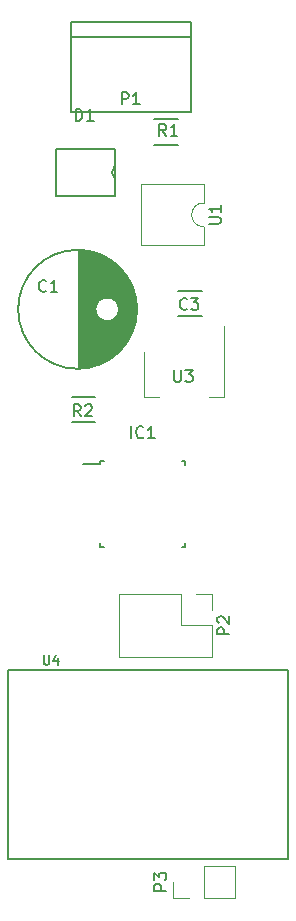
<source format=gto>
G04 #@! TF.FileFunction,Legend,Top*
%FSLAX46Y46*%
G04 Gerber Fmt 4.6, Leading zero omitted, Abs format (unit mm)*
G04 Created by KiCad (PCBNEW 4.0.5-e0-6337~49~ubuntu16.04.1) date Tue Feb  7 13:51:03 2017*
%MOMM*%
%LPD*%
G01*
G04 APERTURE LIST*
%ADD10C,0.100000*%
%ADD11C,0.150000*%
%ADD12C,0.120000*%
%ADD13C,0.160000*%
G04 APERTURE END LIST*
D10*
D11*
X167425000Y-72376000D02*
X167425000Y-82374000D01*
X167565000Y-72380000D02*
X167565000Y-82370000D01*
X167705000Y-72388000D02*
X167705000Y-82362000D01*
X167845000Y-72400000D02*
X167845000Y-82350000D01*
X167985000Y-72415000D02*
X167985000Y-82335000D01*
X168125000Y-72435000D02*
X168125000Y-82315000D01*
X168265000Y-72459000D02*
X168265000Y-82291000D01*
X168405000Y-72488000D02*
X168405000Y-82262000D01*
X168545000Y-72520000D02*
X168545000Y-82230000D01*
X168685000Y-72557000D02*
X168685000Y-82193000D01*
X168825000Y-72598000D02*
X168825000Y-82152000D01*
X168965000Y-72643000D02*
X168965000Y-76909000D01*
X168965000Y-77841000D02*
X168965000Y-82107000D01*
X169105000Y-72693000D02*
X169105000Y-76708000D01*
X169105000Y-78042000D02*
X169105000Y-82057000D01*
X169245000Y-72748000D02*
X169245000Y-76579000D01*
X169245000Y-78171000D02*
X169245000Y-82002000D01*
X169385000Y-72808000D02*
X169385000Y-76490000D01*
X169385000Y-78260000D02*
X169385000Y-81942000D01*
X169525000Y-72873000D02*
X169525000Y-76429000D01*
X169525000Y-78321000D02*
X169525000Y-81877000D01*
X169665000Y-72943000D02*
X169665000Y-76392000D01*
X169665000Y-78358000D02*
X169665000Y-81807000D01*
X169805000Y-73019000D02*
X169805000Y-76376000D01*
X169805000Y-78374000D02*
X169805000Y-81731000D01*
X169945000Y-73101000D02*
X169945000Y-76380000D01*
X169945000Y-78370000D02*
X169945000Y-81649000D01*
X170085000Y-73189000D02*
X170085000Y-76403000D01*
X170085000Y-78347000D02*
X170085000Y-81561000D01*
X170225000Y-73284000D02*
X170225000Y-76448000D01*
X170225000Y-78302000D02*
X170225000Y-81466000D01*
X170365000Y-73386000D02*
X170365000Y-76518000D01*
X170365000Y-78232000D02*
X170365000Y-81364000D01*
X170505000Y-73496000D02*
X170505000Y-76619000D01*
X170505000Y-78131000D02*
X170505000Y-81254000D01*
X170645000Y-73614000D02*
X170645000Y-76768000D01*
X170645000Y-77982000D02*
X170645000Y-81136000D01*
X170785000Y-73742000D02*
X170785000Y-77020000D01*
X170785000Y-77730000D02*
X170785000Y-81008000D01*
X170925000Y-73879000D02*
X170925000Y-80871000D01*
X171065000Y-74029000D02*
X171065000Y-80721000D01*
X171205000Y-74191000D02*
X171205000Y-80559000D01*
X171345000Y-74368000D02*
X171345000Y-80382000D01*
X171485000Y-74564000D02*
X171485000Y-80186000D01*
X171625000Y-74782000D02*
X171625000Y-79968000D01*
X171765000Y-75028000D02*
X171765000Y-79722000D01*
X171905000Y-75313000D02*
X171905000Y-79437000D01*
X172045000Y-75655000D02*
X172045000Y-79095000D01*
X172185000Y-76101000D02*
X172185000Y-78649000D01*
X172325000Y-76876000D02*
X172325000Y-77874000D01*
X170850000Y-77375000D02*
G75*
G03X170850000Y-77375000I-1000000J0D01*
G01*
X172387500Y-77375000D02*
G75*
G03X172387500Y-77375000I-5037500J0D01*
G01*
X177850000Y-75850000D02*
X175850000Y-75850000D01*
X175850000Y-77900000D02*
X177850000Y-77900000D01*
X169225000Y-90250000D02*
X169225000Y-90475000D01*
X176475000Y-90250000D02*
X176475000Y-90575000D01*
X176475000Y-97500000D02*
X176475000Y-97175000D01*
X169225000Y-97500000D02*
X169225000Y-97175000D01*
X169225000Y-90250000D02*
X169550000Y-90250000D01*
X169225000Y-97500000D02*
X169550000Y-97500000D01*
X176475000Y-97500000D02*
X176150000Y-97500000D01*
X176475000Y-90250000D02*
X176150000Y-90250000D01*
X169225000Y-90475000D02*
X167800000Y-90475000D01*
X166770000Y-54335000D02*
X176930000Y-54335000D01*
X166770000Y-53065000D02*
X166770000Y-60685000D01*
X166770000Y-60685000D02*
X176930000Y-60685000D01*
X176930000Y-60685000D02*
X176930000Y-53065000D01*
X176930000Y-53065000D02*
X166770000Y-53065000D01*
D12*
X176080000Y-101485000D02*
X170880000Y-101485000D01*
X170880000Y-101485000D02*
X170880000Y-106805000D01*
X170880000Y-106805000D02*
X178740000Y-106805000D01*
X178740000Y-106805000D02*
X178740000Y-104145000D01*
X178740000Y-104145000D02*
X176080000Y-104145000D01*
X176080000Y-104145000D02*
X176080000Y-101485000D01*
X177350000Y-101485000D02*
X178740000Y-101485000D01*
X178740000Y-101485000D02*
X178740000Y-102875000D01*
D11*
X173850000Y-61300000D02*
X175850000Y-61300000D01*
X175850000Y-63450000D02*
X173850000Y-63450000D01*
X168850000Y-86950000D02*
X166850000Y-86950000D01*
X166850000Y-84800000D02*
X168850000Y-84800000D01*
D12*
X178010000Y-70375000D02*
G75*
G02X178010000Y-68375000I0J1000000D01*
G01*
X178010000Y-68375000D02*
X178010000Y-66805000D01*
X178010000Y-66805000D02*
X172690000Y-66805000D01*
X172690000Y-66805000D02*
X172690000Y-71945000D01*
X172690000Y-71945000D02*
X178010000Y-71945000D01*
X178010000Y-71945000D02*
X178010000Y-70375000D01*
X172940000Y-84785000D02*
X174200000Y-84785000D01*
X179760000Y-84785000D02*
X178500000Y-84785000D01*
X172940000Y-81025000D02*
X172940000Y-84785000D01*
X179760000Y-78775000D02*
X179760000Y-84785000D01*
D11*
X161450000Y-123875000D02*
X161450000Y-107875000D01*
X185150000Y-123875000D02*
X161450000Y-123875000D01*
X185150000Y-107875000D02*
X185150000Y-123875000D01*
X161450000Y-107875000D02*
X185150000Y-107875000D01*
X170471000Y-65286000D02*
G75*
G03X170471000Y-66286000I500000J-500000D01*
G01*
X170521000Y-67786000D02*
X165521000Y-67786000D01*
X165521000Y-67786000D02*
X165521000Y-63786000D01*
X165521000Y-63786000D02*
X170521000Y-63786000D01*
X170521000Y-63786000D02*
X170521000Y-67786000D01*
D12*
X178054000Y-127247000D02*
X180714000Y-127247000D01*
X180714000Y-127247000D02*
X180714000Y-124467000D01*
X180714000Y-124467000D02*
X178054000Y-124467000D01*
X178054000Y-124467000D02*
X178054000Y-127247000D01*
X176784000Y-127247000D02*
X175394000Y-127247000D01*
X175394000Y-127247000D02*
X175394000Y-125857000D01*
D11*
X164679334Y-75795143D02*
X164631715Y-75842762D01*
X164488858Y-75890381D01*
X164393620Y-75890381D01*
X164250762Y-75842762D01*
X164155524Y-75747524D01*
X164107905Y-75652286D01*
X164060286Y-75461810D01*
X164060286Y-75318952D01*
X164107905Y-75128476D01*
X164155524Y-75033238D01*
X164250762Y-74938000D01*
X164393620Y-74890381D01*
X164488858Y-74890381D01*
X164631715Y-74938000D01*
X164679334Y-74985619D01*
X165631715Y-75890381D02*
X165060286Y-75890381D01*
X165346000Y-75890381D02*
X165346000Y-74890381D01*
X165250762Y-75033238D01*
X165155524Y-75128476D01*
X165060286Y-75176095D01*
X176617334Y-77319143D02*
X176569715Y-77366762D01*
X176426858Y-77414381D01*
X176331620Y-77414381D01*
X176188762Y-77366762D01*
X176093524Y-77271524D01*
X176045905Y-77176286D01*
X175998286Y-76985810D01*
X175998286Y-76842952D01*
X176045905Y-76652476D01*
X176093524Y-76557238D01*
X176188762Y-76462000D01*
X176331620Y-76414381D01*
X176426858Y-76414381D01*
X176569715Y-76462000D01*
X176617334Y-76509619D01*
X176950667Y-76414381D02*
X177569715Y-76414381D01*
X177236381Y-76795333D01*
X177379239Y-76795333D01*
X177474477Y-76842952D01*
X177522096Y-76890571D01*
X177569715Y-76985810D01*
X177569715Y-77223905D01*
X177522096Y-77319143D01*
X177474477Y-77366762D01*
X177379239Y-77414381D01*
X177093524Y-77414381D01*
X176998286Y-77366762D01*
X176950667Y-77319143D01*
X171873810Y-88277381D02*
X171873810Y-87277381D01*
X172921429Y-88182143D02*
X172873810Y-88229762D01*
X172730953Y-88277381D01*
X172635715Y-88277381D01*
X172492857Y-88229762D01*
X172397619Y-88134524D01*
X172350000Y-88039286D01*
X172302381Y-87848810D01*
X172302381Y-87705952D01*
X172350000Y-87515476D01*
X172397619Y-87420238D01*
X172492857Y-87325000D01*
X172635715Y-87277381D01*
X172730953Y-87277381D01*
X172873810Y-87325000D01*
X172921429Y-87372619D01*
X173873810Y-88277381D02*
X173302381Y-88277381D01*
X173588095Y-88277381D02*
X173588095Y-87277381D01*
X173492857Y-87420238D01*
X173397619Y-87515476D01*
X173302381Y-87563095D01*
X171092905Y-60015381D02*
X171092905Y-59015381D01*
X171473858Y-59015381D01*
X171569096Y-59063000D01*
X171616715Y-59110619D01*
X171664334Y-59205857D01*
X171664334Y-59348714D01*
X171616715Y-59443952D01*
X171569096Y-59491571D01*
X171473858Y-59539190D01*
X171092905Y-59539190D01*
X172616715Y-60015381D02*
X172045286Y-60015381D01*
X172331000Y-60015381D02*
X172331000Y-59015381D01*
X172235762Y-59158238D01*
X172140524Y-59253476D01*
X172045286Y-59301095D01*
X180192381Y-104883095D02*
X179192381Y-104883095D01*
X179192381Y-104502142D01*
X179240000Y-104406904D01*
X179287619Y-104359285D01*
X179382857Y-104311666D01*
X179525714Y-104311666D01*
X179620952Y-104359285D01*
X179668571Y-104406904D01*
X179716190Y-104502142D01*
X179716190Y-104883095D01*
X179287619Y-103930714D02*
X179240000Y-103883095D01*
X179192381Y-103787857D01*
X179192381Y-103549761D01*
X179240000Y-103454523D01*
X179287619Y-103406904D01*
X179382857Y-103359285D01*
X179478095Y-103359285D01*
X179620952Y-103406904D01*
X180192381Y-103978333D01*
X180192381Y-103359285D01*
X174839334Y-62682381D02*
X174506000Y-62206190D01*
X174267905Y-62682381D02*
X174267905Y-61682381D01*
X174648858Y-61682381D01*
X174744096Y-61730000D01*
X174791715Y-61777619D01*
X174839334Y-61872857D01*
X174839334Y-62015714D01*
X174791715Y-62110952D01*
X174744096Y-62158571D01*
X174648858Y-62206190D01*
X174267905Y-62206190D01*
X175791715Y-62682381D02*
X175220286Y-62682381D01*
X175506000Y-62682381D02*
X175506000Y-61682381D01*
X175410762Y-61825238D01*
X175315524Y-61920476D01*
X175220286Y-61968095D01*
X167600334Y-86431381D02*
X167267000Y-85955190D01*
X167028905Y-86431381D02*
X167028905Y-85431381D01*
X167409858Y-85431381D01*
X167505096Y-85479000D01*
X167552715Y-85526619D01*
X167600334Y-85621857D01*
X167600334Y-85764714D01*
X167552715Y-85859952D01*
X167505096Y-85907571D01*
X167409858Y-85955190D01*
X167028905Y-85955190D01*
X167981286Y-85526619D02*
X168028905Y-85479000D01*
X168124143Y-85431381D01*
X168362239Y-85431381D01*
X168457477Y-85479000D01*
X168505096Y-85526619D01*
X168552715Y-85621857D01*
X168552715Y-85717095D01*
X168505096Y-85859952D01*
X167933667Y-86431381D01*
X168552715Y-86431381D01*
X178462381Y-70136905D02*
X179271905Y-70136905D01*
X179367143Y-70089286D01*
X179414762Y-70041667D01*
X179462381Y-69946429D01*
X179462381Y-69755952D01*
X179414762Y-69660714D01*
X179367143Y-69613095D01*
X179271905Y-69565476D01*
X178462381Y-69565476D01*
X179462381Y-68565476D02*
X179462381Y-69136905D01*
X179462381Y-68851191D02*
X178462381Y-68851191D01*
X178605238Y-68946429D01*
X178700476Y-69041667D01*
X178748095Y-69136905D01*
X175514095Y-82510381D02*
X175514095Y-83319905D01*
X175561714Y-83415143D01*
X175609333Y-83462762D01*
X175704571Y-83510381D01*
X175895048Y-83510381D01*
X175990286Y-83462762D01*
X176037905Y-83415143D01*
X176085524Y-83319905D01*
X176085524Y-82510381D01*
X176466476Y-82510381D02*
X177085524Y-82510381D01*
X176752190Y-82891333D01*
X176895048Y-82891333D01*
X176990286Y-82938952D01*
X177037905Y-82986571D01*
X177085524Y-83081810D01*
X177085524Y-83319905D01*
X177037905Y-83415143D01*
X176990286Y-83462762D01*
X176895048Y-83510381D01*
X176609333Y-83510381D01*
X176514095Y-83462762D01*
X176466476Y-83415143D01*
D13*
X164494476Y-106658905D02*
X164494476Y-107306524D01*
X164532571Y-107382714D01*
X164570667Y-107420810D01*
X164646857Y-107458905D01*
X164799238Y-107458905D01*
X164875429Y-107420810D01*
X164913524Y-107382714D01*
X164951619Y-107306524D01*
X164951619Y-106658905D01*
X165675428Y-106925571D02*
X165675428Y-107458905D01*
X165484952Y-106620810D02*
X165294476Y-107192238D01*
X165789714Y-107192238D01*
D11*
X167188925Y-61402221D02*
X167188925Y-60402221D01*
X167427020Y-60402221D01*
X167569878Y-60449840D01*
X167665116Y-60545078D01*
X167712735Y-60640316D01*
X167760354Y-60830792D01*
X167760354Y-60973650D01*
X167712735Y-61164126D01*
X167665116Y-61259364D01*
X167569878Y-61354602D01*
X167427020Y-61402221D01*
X167188925Y-61402221D01*
X168712735Y-61402221D02*
X168141306Y-61402221D01*
X168427020Y-61402221D02*
X168427020Y-60402221D01*
X168331782Y-60545078D01*
X168236544Y-60640316D01*
X168141306Y-60687935D01*
X174846381Y-126595095D02*
X173846381Y-126595095D01*
X173846381Y-126214142D01*
X173894000Y-126118904D01*
X173941619Y-126071285D01*
X174036857Y-126023666D01*
X174179714Y-126023666D01*
X174274952Y-126071285D01*
X174322571Y-126118904D01*
X174370190Y-126214142D01*
X174370190Y-126595095D01*
X173846381Y-125690333D02*
X173846381Y-125071285D01*
X174227333Y-125404619D01*
X174227333Y-125261761D01*
X174274952Y-125166523D01*
X174322571Y-125118904D01*
X174417810Y-125071285D01*
X174655905Y-125071285D01*
X174751143Y-125118904D01*
X174798762Y-125166523D01*
X174846381Y-125261761D01*
X174846381Y-125547476D01*
X174798762Y-125642714D01*
X174751143Y-125690333D01*
M02*

</source>
